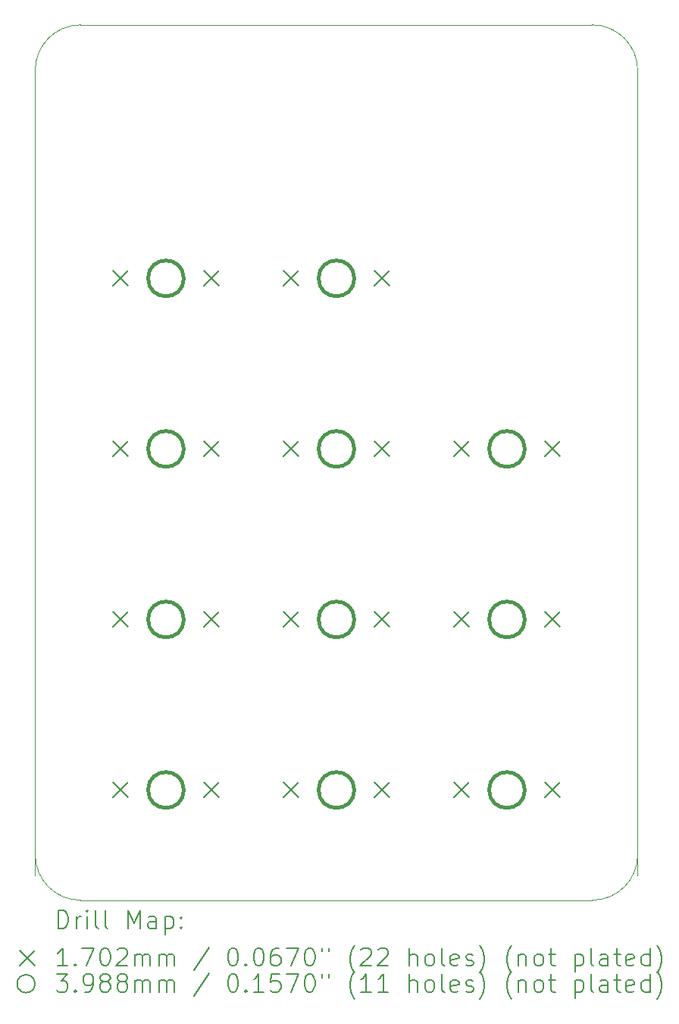
<source format=gbr>
%TF.GenerationSoftware,KiCad,Pcbnew,8.0.6*%
%TF.CreationDate,2024-10-21T23:06:59+01:00*%
%TF.ProjectId,vrishpad,76726973-6870-4616-942e-6b696361645f,rev?*%
%TF.SameCoordinates,Original*%
%TF.FileFunction,Drillmap*%
%TF.FilePolarity,Positive*%
%FSLAX45Y45*%
G04 Gerber Fmt 4.5, Leading zero omitted, Abs format (unit mm)*
G04 Created by KiCad (PCBNEW 8.0.6) date 2024-10-21 23:06:59*
%MOMM*%
%LPD*%
G01*
G04 APERTURE LIST*
%ADD10C,0.050000*%
%ADD11C,0.200000*%
%ADD12C,0.170180*%
%ADD13C,0.398780*%
G04 APERTURE END LIST*
D10*
X10033790Y-11200790D02*
G75*
G02*
X9525790Y-11708790I-508000J0D01*
G01*
X3810000Y-11708790D02*
G75*
G02*
X3302000Y-11200790I0J508000D01*
G01*
X9525000Y-1930400D02*
X3810000Y-1930400D01*
X3810000Y-11708790D02*
X9525000Y-11708790D01*
X9525000Y-1930400D02*
G75*
G02*
X10033000Y-2438400I0J-508000D01*
G01*
X3302000Y-2438400D02*
G75*
G02*
X3810000Y-1930400I508000J0D01*
G01*
X10033000Y-11430000D02*
X10033000Y-2438400D01*
X3302000Y-2438400D02*
X3302000Y-11430000D01*
D11*
D12*
X4169410Y-4677410D02*
X4339590Y-4847590D01*
X4339590Y-4677410D02*
X4169410Y-4847590D01*
X4169410Y-6582410D02*
X4339590Y-6752590D01*
X4339590Y-6582410D02*
X4169410Y-6752590D01*
X4169410Y-8487410D02*
X4339590Y-8657590D01*
X4339590Y-8487410D02*
X4169410Y-8657590D01*
X4169410Y-10392410D02*
X4339590Y-10562590D01*
X4339590Y-10392410D02*
X4169410Y-10562590D01*
X5185410Y-4677410D02*
X5355590Y-4847590D01*
X5355590Y-4677410D02*
X5185410Y-4847590D01*
X5185410Y-6582410D02*
X5355590Y-6752590D01*
X5355590Y-6582410D02*
X5185410Y-6752590D01*
X5185410Y-8487410D02*
X5355590Y-8657590D01*
X5355590Y-8487410D02*
X5185410Y-8657590D01*
X5185410Y-10392410D02*
X5355590Y-10562590D01*
X5355590Y-10392410D02*
X5185410Y-10562590D01*
X6074410Y-4677410D02*
X6244590Y-4847590D01*
X6244590Y-4677410D02*
X6074410Y-4847590D01*
X6074410Y-6582410D02*
X6244590Y-6752590D01*
X6244590Y-6582410D02*
X6074410Y-6752590D01*
X6074410Y-8487410D02*
X6244590Y-8657590D01*
X6244590Y-8487410D02*
X6074410Y-8657590D01*
X6074410Y-10392410D02*
X6244590Y-10562590D01*
X6244590Y-10392410D02*
X6074410Y-10562590D01*
X7090410Y-4677410D02*
X7260590Y-4847590D01*
X7260590Y-4677410D02*
X7090410Y-4847590D01*
X7090410Y-6582410D02*
X7260590Y-6752590D01*
X7260590Y-6582410D02*
X7090410Y-6752590D01*
X7090410Y-8487410D02*
X7260590Y-8657590D01*
X7260590Y-8487410D02*
X7090410Y-8657590D01*
X7090410Y-10392410D02*
X7260590Y-10562590D01*
X7260590Y-10392410D02*
X7090410Y-10562590D01*
X7979410Y-6582410D02*
X8149590Y-6752590D01*
X8149590Y-6582410D02*
X7979410Y-6752590D01*
X7979410Y-8487410D02*
X8149590Y-8657590D01*
X8149590Y-8487410D02*
X7979410Y-8657590D01*
X7979410Y-10392410D02*
X8149590Y-10562590D01*
X8149590Y-10392410D02*
X7979410Y-10562590D01*
X8995410Y-6582410D02*
X9165590Y-6752590D01*
X9165590Y-6582410D02*
X8995410Y-6752590D01*
X8995410Y-8487410D02*
X9165590Y-8657590D01*
X9165590Y-8487410D02*
X8995410Y-8657590D01*
X8995410Y-10392410D02*
X9165590Y-10562590D01*
X9165590Y-10392410D02*
X8995410Y-10562590D01*
D13*
X4961890Y-4762500D02*
G75*
G02*
X4563110Y-4762500I-199390J0D01*
G01*
X4563110Y-4762500D02*
G75*
G02*
X4961890Y-4762500I199390J0D01*
G01*
X4961890Y-6667500D02*
G75*
G02*
X4563110Y-6667500I-199390J0D01*
G01*
X4563110Y-6667500D02*
G75*
G02*
X4961890Y-6667500I199390J0D01*
G01*
X4961890Y-8572500D02*
G75*
G02*
X4563110Y-8572500I-199390J0D01*
G01*
X4563110Y-8572500D02*
G75*
G02*
X4961890Y-8572500I199390J0D01*
G01*
X4961890Y-10477500D02*
G75*
G02*
X4563110Y-10477500I-199390J0D01*
G01*
X4563110Y-10477500D02*
G75*
G02*
X4961890Y-10477500I199390J0D01*
G01*
X6866890Y-4762500D02*
G75*
G02*
X6468110Y-4762500I-199390J0D01*
G01*
X6468110Y-4762500D02*
G75*
G02*
X6866890Y-4762500I199390J0D01*
G01*
X6866890Y-6667500D02*
G75*
G02*
X6468110Y-6667500I-199390J0D01*
G01*
X6468110Y-6667500D02*
G75*
G02*
X6866890Y-6667500I199390J0D01*
G01*
X6866890Y-8572500D02*
G75*
G02*
X6468110Y-8572500I-199390J0D01*
G01*
X6468110Y-8572500D02*
G75*
G02*
X6866890Y-8572500I199390J0D01*
G01*
X6866890Y-10477500D02*
G75*
G02*
X6468110Y-10477500I-199390J0D01*
G01*
X6468110Y-10477500D02*
G75*
G02*
X6866890Y-10477500I199390J0D01*
G01*
X8771890Y-6667500D02*
G75*
G02*
X8373110Y-6667500I-199390J0D01*
G01*
X8373110Y-6667500D02*
G75*
G02*
X8771890Y-6667500I199390J0D01*
G01*
X8771890Y-8572500D02*
G75*
G02*
X8373110Y-8572500I-199390J0D01*
G01*
X8373110Y-8572500D02*
G75*
G02*
X8771890Y-8572500I199390J0D01*
G01*
X8771890Y-10477500D02*
G75*
G02*
X8373110Y-10477500I-199390J0D01*
G01*
X8373110Y-10477500D02*
G75*
G02*
X8771890Y-10477500I199390J0D01*
G01*
D11*
X3560277Y-12022774D02*
X3560277Y-11822774D01*
X3560277Y-11822774D02*
X3607896Y-11822774D01*
X3607896Y-11822774D02*
X3636467Y-11832297D01*
X3636467Y-11832297D02*
X3655515Y-11851345D01*
X3655515Y-11851345D02*
X3665039Y-11870393D01*
X3665039Y-11870393D02*
X3674562Y-11908488D01*
X3674562Y-11908488D02*
X3674562Y-11937059D01*
X3674562Y-11937059D02*
X3665039Y-11975154D01*
X3665039Y-11975154D02*
X3655515Y-11994202D01*
X3655515Y-11994202D02*
X3636467Y-12013250D01*
X3636467Y-12013250D02*
X3607896Y-12022774D01*
X3607896Y-12022774D02*
X3560277Y-12022774D01*
X3760277Y-12022774D02*
X3760277Y-11889440D01*
X3760277Y-11927535D02*
X3769801Y-11908488D01*
X3769801Y-11908488D02*
X3779324Y-11898964D01*
X3779324Y-11898964D02*
X3798372Y-11889440D01*
X3798372Y-11889440D02*
X3817420Y-11889440D01*
X3884086Y-12022774D02*
X3884086Y-11889440D01*
X3884086Y-11822774D02*
X3874562Y-11832297D01*
X3874562Y-11832297D02*
X3884086Y-11841821D01*
X3884086Y-11841821D02*
X3893610Y-11832297D01*
X3893610Y-11832297D02*
X3884086Y-11822774D01*
X3884086Y-11822774D02*
X3884086Y-11841821D01*
X4007896Y-12022774D02*
X3988848Y-12013250D01*
X3988848Y-12013250D02*
X3979324Y-11994202D01*
X3979324Y-11994202D02*
X3979324Y-11822774D01*
X4112658Y-12022774D02*
X4093610Y-12013250D01*
X4093610Y-12013250D02*
X4084086Y-11994202D01*
X4084086Y-11994202D02*
X4084086Y-11822774D01*
X4341229Y-12022774D02*
X4341229Y-11822774D01*
X4341229Y-11822774D02*
X4407896Y-11965631D01*
X4407896Y-11965631D02*
X4474563Y-11822774D01*
X4474563Y-11822774D02*
X4474563Y-12022774D01*
X4655515Y-12022774D02*
X4655515Y-11918012D01*
X4655515Y-11918012D02*
X4645991Y-11898964D01*
X4645991Y-11898964D02*
X4626944Y-11889440D01*
X4626944Y-11889440D02*
X4588848Y-11889440D01*
X4588848Y-11889440D02*
X4569801Y-11898964D01*
X4655515Y-12013250D02*
X4636467Y-12022774D01*
X4636467Y-12022774D02*
X4588848Y-12022774D01*
X4588848Y-12022774D02*
X4569801Y-12013250D01*
X4569801Y-12013250D02*
X4560277Y-11994202D01*
X4560277Y-11994202D02*
X4560277Y-11975154D01*
X4560277Y-11975154D02*
X4569801Y-11956107D01*
X4569801Y-11956107D02*
X4588848Y-11946583D01*
X4588848Y-11946583D02*
X4636467Y-11946583D01*
X4636467Y-11946583D02*
X4655515Y-11937059D01*
X4750753Y-11889440D02*
X4750753Y-12089440D01*
X4750753Y-11898964D02*
X4769801Y-11889440D01*
X4769801Y-11889440D02*
X4807896Y-11889440D01*
X4807896Y-11889440D02*
X4826944Y-11898964D01*
X4826944Y-11898964D02*
X4836467Y-11908488D01*
X4836467Y-11908488D02*
X4845991Y-11927535D01*
X4845991Y-11927535D02*
X4845991Y-11984678D01*
X4845991Y-11984678D02*
X4836467Y-12003726D01*
X4836467Y-12003726D02*
X4826944Y-12013250D01*
X4826944Y-12013250D02*
X4807896Y-12022774D01*
X4807896Y-12022774D02*
X4769801Y-12022774D01*
X4769801Y-12022774D02*
X4750753Y-12013250D01*
X4931705Y-12003726D02*
X4941229Y-12013250D01*
X4941229Y-12013250D02*
X4931705Y-12022774D01*
X4931705Y-12022774D02*
X4922182Y-12013250D01*
X4922182Y-12013250D02*
X4931705Y-12003726D01*
X4931705Y-12003726D02*
X4931705Y-12022774D01*
X4931705Y-11898964D02*
X4941229Y-11908488D01*
X4941229Y-11908488D02*
X4931705Y-11918012D01*
X4931705Y-11918012D02*
X4922182Y-11908488D01*
X4922182Y-11908488D02*
X4931705Y-11898964D01*
X4931705Y-11898964D02*
X4931705Y-11918012D01*
D12*
X3129320Y-12266200D02*
X3299500Y-12436380D01*
X3299500Y-12266200D02*
X3129320Y-12436380D01*
D11*
X3665039Y-12442774D02*
X3550753Y-12442774D01*
X3607896Y-12442774D02*
X3607896Y-12242774D01*
X3607896Y-12242774D02*
X3588848Y-12271345D01*
X3588848Y-12271345D02*
X3569801Y-12290393D01*
X3569801Y-12290393D02*
X3550753Y-12299916D01*
X3750753Y-12423726D02*
X3760277Y-12433250D01*
X3760277Y-12433250D02*
X3750753Y-12442774D01*
X3750753Y-12442774D02*
X3741229Y-12433250D01*
X3741229Y-12433250D02*
X3750753Y-12423726D01*
X3750753Y-12423726D02*
X3750753Y-12442774D01*
X3826943Y-12242774D02*
X3960277Y-12242774D01*
X3960277Y-12242774D02*
X3874562Y-12442774D01*
X4074562Y-12242774D02*
X4093610Y-12242774D01*
X4093610Y-12242774D02*
X4112658Y-12252297D01*
X4112658Y-12252297D02*
X4122182Y-12261821D01*
X4122182Y-12261821D02*
X4131705Y-12280869D01*
X4131705Y-12280869D02*
X4141229Y-12318964D01*
X4141229Y-12318964D02*
X4141229Y-12366583D01*
X4141229Y-12366583D02*
X4131705Y-12404678D01*
X4131705Y-12404678D02*
X4122182Y-12423726D01*
X4122182Y-12423726D02*
X4112658Y-12433250D01*
X4112658Y-12433250D02*
X4093610Y-12442774D01*
X4093610Y-12442774D02*
X4074562Y-12442774D01*
X4074562Y-12442774D02*
X4055515Y-12433250D01*
X4055515Y-12433250D02*
X4045991Y-12423726D01*
X4045991Y-12423726D02*
X4036467Y-12404678D01*
X4036467Y-12404678D02*
X4026943Y-12366583D01*
X4026943Y-12366583D02*
X4026943Y-12318964D01*
X4026943Y-12318964D02*
X4036467Y-12280869D01*
X4036467Y-12280869D02*
X4045991Y-12261821D01*
X4045991Y-12261821D02*
X4055515Y-12252297D01*
X4055515Y-12252297D02*
X4074562Y-12242774D01*
X4217420Y-12261821D02*
X4226944Y-12252297D01*
X4226944Y-12252297D02*
X4245991Y-12242774D01*
X4245991Y-12242774D02*
X4293610Y-12242774D01*
X4293610Y-12242774D02*
X4312658Y-12252297D01*
X4312658Y-12252297D02*
X4322182Y-12261821D01*
X4322182Y-12261821D02*
X4331705Y-12280869D01*
X4331705Y-12280869D02*
X4331705Y-12299916D01*
X4331705Y-12299916D02*
X4322182Y-12328488D01*
X4322182Y-12328488D02*
X4207896Y-12442774D01*
X4207896Y-12442774D02*
X4331705Y-12442774D01*
X4417420Y-12442774D02*
X4417420Y-12309440D01*
X4417420Y-12328488D02*
X4426944Y-12318964D01*
X4426944Y-12318964D02*
X4445991Y-12309440D01*
X4445991Y-12309440D02*
X4474563Y-12309440D01*
X4474563Y-12309440D02*
X4493610Y-12318964D01*
X4493610Y-12318964D02*
X4503134Y-12338012D01*
X4503134Y-12338012D02*
X4503134Y-12442774D01*
X4503134Y-12338012D02*
X4512658Y-12318964D01*
X4512658Y-12318964D02*
X4531705Y-12309440D01*
X4531705Y-12309440D02*
X4560277Y-12309440D01*
X4560277Y-12309440D02*
X4579325Y-12318964D01*
X4579325Y-12318964D02*
X4588848Y-12338012D01*
X4588848Y-12338012D02*
X4588848Y-12442774D01*
X4684086Y-12442774D02*
X4684086Y-12309440D01*
X4684086Y-12328488D02*
X4693610Y-12318964D01*
X4693610Y-12318964D02*
X4712658Y-12309440D01*
X4712658Y-12309440D02*
X4741229Y-12309440D01*
X4741229Y-12309440D02*
X4760277Y-12318964D01*
X4760277Y-12318964D02*
X4769801Y-12338012D01*
X4769801Y-12338012D02*
X4769801Y-12442774D01*
X4769801Y-12338012D02*
X4779325Y-12318964D01*
X4779325Y-12318964D02*
X4798372Y-12309440D01*
X4798372Y-12309440D02*
X4826944Y-12309440D01*
X4826944Y-12309440D02*
X4845991Y-12318964D01*
X4845991Y-12318964D02*
X4855515Y-12338012D01*
X4855515Y-12338012D02*
X4855515Y-12442774D01*
X5245991Y-12233250D02*
X5074563Y-12490393D01*
X5503134Y-12242774D02*
X5522182Y-12242774D01*
X5522182Y-12242774D02*
X5541229Y-12252297D01*
X5541229Y-12252297D02*
X5550753Y-12261821D01*
X5550753Y-12261821D02*
X5560277Y-12280869D01*
X5560277Y-12280869D02*
X5569801Y-12318964D01*
X5569801Y-12318964D02*
X5569801Y-12366583D01*
X5569801Y-12366583D02*
X5560277Y-12404678D01*
X5560277Y-12404678D02*
X5550753Y-12423726D01*
X5550753Y-12423726D02*
X5541229Y-12433250D01*
X5541229Y-12433250D02*
X5522182Y-12442774D01*
X5522182Y-12442774D02*
X5503134Y-12442774D01*
X5503134Y-12442774D02*
X5484087Y-12433250D01*
X5484087Y-12433250D02*
X5474563Y-12423726D01*
X5474563Y-12423726D02*
X5465039Y-12404678D01*
X5465039Y-12404678D02*
X5455515Y-12366583D01*
X5455515Y-12366583D02*
X5455515Y-12318964D01*
X5455515Y-12318964D02*
X5465039Y-12280869D01*
X5465039Y-12280869D02*
X5474563Y-12261821D01*
X5474563Y-12261821D02*
X5484087Y-12252297D01*
X5484087Y-12252297D02*
X5503134Y-12242774D01*
X5655515Y-12423726D02*
X5665039Y-12433250D01*
X5665039Y-12433250D02*
X5655515Y-12442774D01*
X5655515Y-12442774D02*
X5645991Y-12433250D01*
X5645991Y-12433250D02*
X5655515Y-12423726D01*
X5655515Y-12423726D02*
X5655515Y-12442774D01*
X5788848Y-12242774D02*
X5807896Y-12242774D01*
X5807896Y-12242774D02*
X5826944Y-12252297D01*
X5826944Y-12252297D02*
X5836467Y-12261821D01*
X5836467Y-12261821D02*
X5845991Y-12280869D01*
X5845991Y-12280869D02*
X5855515Y-12318964D01*
X5855515Y-12318964D02*
X5855515Y-12366583D01*
X5855515Y-12366583D02*
X5845991Y-12404678D01*
X5845991Y-12404678D02*
X5836467Y-12423726D01*
X5836467Y-12423726D02*
X5826944Y-12433250D01*
X5826944Y-12433250D02*
X5807896Y-12442774D01*
X5807896Y-12442774D02*
X5788848Y-12442774D01*
X5788848Y-12442774D02*
X5769801Y-12433250D01*
X5769801Y-12433250D02*
X5760277Y-12423726D01*
X5760277Y-12423726D02*
X5750753Y-12404678D01*
X5750753Y-12404678D02*
X5741229Y-12366583D01*
X5741229Y-12366583D02*
X5741229Y-12318964D01*
X5741229Y-12318964D02*
X5750753Y-12280869D01*
X5750753Y-12280869D02*
X5760277Y-12261821D01*
X5760277Y-12261821D02*
X5769801Y-12252297D01*
X5769801Y-12252297D02*
X5788848Y-12242774D01*
X6026944Y-12242774D02*
X5988848Y-12242774D01*
X5988848Y-12242774D02*
X5969801Y-12252297D01*
X5969801Y-12252297D02*
X5960277Y-12261821D01*
X5960277Y-12261821D02*
X5941229Y-12290393D01*
X5941229Y-12290393D02*
X5931706Y-12328488D01*
X5931706Y-12328488D02*
X5931706Y-12404678D01*
X5931706Y-12404678D02*
X5941229Y-12423726D01*
X5941229Y-12423726D02*
X5950753Y-12433250D01*
X5950753Y-12433250D02*
X5969801Y-12442774D01*
X5969801Y-12442774D02*
X6007896Y-12442774D01*
X6007896Y-12442774D02*
X6026944Y-12433250D01*
X6026944Y-12433250D02*
X6036467Y-12423726D01*
X6036467Y-12423726D02*
X6045991Y-12404678D01*
X6045991Y-12404678D02*
X6045991Y-12357059D01*
X6045991Y-12357059D02*
X6036467Y-12338012D01*
X6036467Y-12338012D02*
X6026944Y-12328488D01*
X6026944Y-12328488D02*
X6007896Y-12318964D01*
X6007896Y-12318964D02*
X5969801Y-12318964D01*
X5969801Y-12318964D02*
X5950753Y-12328488D01*
X5950753Y-12328488D02*
X5941229Y-12338012D01*
X5941229Y-12338012D02*
X5931706Y-12357059D01*
X6112658Y-12242774D02*
X6245991Y-12242774D01*
X6245991Y-12242774D02*
X6160277Y-12442774D01*
X6360277Y-12242774D02*
X6379325Y-12242774D01*
X6379325Y-12242774D02*
X6398372Y-12252297D01*
X6398372Y-12252297D02*
X6407896Y-12261821D01*
X6407896Y-12261821D02*
X6417420Y-12280869D01*
X6417420Y-12280869D02*
X6426944Y-12318964D01*
X6426944Y-12318964D02*
X6426944Y-12366583D01*
X6426944Y-12366583D02*
X6417420Y-12404678D01*
X6417420Y-12404678D02*
X6407896Y-12423726D01*
X6407896Y-12423726D02*
X6398372Y-12433250D01*
X6398372Y-12433250D02*
X6379325Y-12442774D01*
X6379325Y-12442774D02*
X6360277Y-12442774D01*
X6360277Y-12442774D02*
X6341229Y-12433250D01*
X6341229Y-12433250D02*
X6331706Y-12423726D01*
X6331706Y-12423726D02*
X6322182Y-12404678D01*
X6322182Y-12404678D02*
X6312658Y-12366583D01*
X6312658Y-12366583D02*
X6312658Y-12318964D01*
X6312658Y-12318964D02*
X6322182Y-12280869D01*
X6322182Y-12280869D02*
X6331706Y-12261821D01*
X6331706Y-12261821D02*
X6341229Y-12252297D01*
X6341229Y-12252297D02*
X6360277Y-12242774D01*
X6503134Y-12242774D02*
X6503134Y-12280869D01*
X6579325Y-12242774D02*
X6579325Y-12280869D01*
X6874563Y-12518964D02*
X6865039Y-12509440D01*
X6865039Y-12509440D02*
X6845991Y-12480869D01*
X6845991Y-12480869D02*
X6836468Y-12461821D01*
X6836468Y-12461821D02*
X6826944Y-12433250D01*
X6826944Y-12433250D02*
X6817420Y-12385631D01*
X6817420Y-12385631D02*
X6817420Y-12347535D01*
X6817420Y-12347535D02*
X6826944Y-12299916D01*
X6826944Y-12299916D02*
X6836468Y-12271345D01*
X6836468Y-12271345D02*
X6845991Y-12252297D01*
X6845991Y-12252297D02*
X6865039Y-12223726D01*
X6865039Y-12223726D02*
X6874563Y-12214202D01*
X6941229Y-12261821D02*
X6950753Y-12252297D01*
X6950753Y-12252297D02*
X6969801Y-12242774D01*
X6969801Y-12242774D02*
X7017420Y-12242774D01*
X7017420Y-12242774D02*
X7036468Y-12252297D01*
X7036468Y-12252297D02*
X7045991Y-12261821D01*
X7045991Y-12261821D02*
X7055515Y-12280869D01*
X7055515Y-12280869D02*
X7055515Y-12299916D01*
X7055515Y-12299916D02*
X7045991Y-12328488D01*
X7045991Y-12328488D02*
X6931706Y-12442774D01*
X6931706Y-12442774D02*
X7055515Y-12442774D01*
X7131706Y-12261821D02*
X7141229Y-12252297D01*
X7141229Y-12252297D02*
X7160277Y-12242774D01*
X7160277Y-12242774D02*
X7207896Y-12242774D01*
X7207896Y-12242774D02*
X7226944Y-12252297D01*
X7226944Y-12252297D02*
X7236468Y-12261821D01*
X7236468Y-12261821D02*
X7245991Y-12280869D01*
X7245991Y-12280869D02*
X7245991Y-12299916D01*
X7245991Y-12299916D02*
X7236468Y-12328488D01*
X7236468Y-12328488D02*
X7122182Y-12442774D01*
X7122182Y-12442774D02*
X7245991Y-12442774D01*
X7484087Y-12442774D02*
X7484087Y-12242774D01*
X7569801Y-12442774D02*
X7569801Y-12338012D01*
X7569801Y-12338012D02*
X7560277Y-12318964D01*
X7560277Y-12318964D02*
X7541230Y-12309440D01*
X7541230Y-12309440D02*
X7512658Y-12309440D01*
X7512658Y-12309440D02*
X7493610Y-12318964D01*
X7493610Y-12318964D02*
X7484087Y-12328488D01*
X7693610Y-12442774D02*
X7674563Y-12433250D01*
X7674563Y-12433250D02*
X7665039Y-12423726D01*
X7665039Y-12423726D02*
X7655515Y-12404678D01*
X7655515Y-12404678D02*
X7655515Y-12347535D01*
X7655515Y-12347535D02*
X7665039Y-12328488D01*
X7665039Y-12328488D02*
X7674563Y-12318964D01*
X7674563Y-12318964D02*
X7693610Y-12309440D01*
X7693610Y-12309440D02*
X7722182Y-12309440D01*
X7722182Y-12309440D02*
X7741230Y-12318964D01*
X7741230Y-12318964D02*
X7750753Y-12328488D01*
X7750753Y-12328488D02*
X7760277Y-12347535D01*
X7760277Y-12347535D02*
X7760277Y-12404678D01*
X7760277Y-12404678D02*
X7750753Y-12423726D01*
X7750753Y-12423726D02*
X7741230Y-12433250D01*
X7741230Y-12433250D02*
X7722182Y-12442774D01*
X7722182Y-12442774D02*
X7693610Y-12442774D01*
X7874563Y-12442774D02*
X7855515Y-12433250D01*
X7855515Y-12433250D02*
X7845991Y-12414202D01*
X7845991Y-12414202D02*
X7845991Y-12242774D01*
X8026944Y-12433250D02*
X8007896Y-12442774D01*
X8007896Y-12442774D02*
X7969801Y-12442774D01*
X7969801Y-12442774D02*
X7950753Y-12433250D01*
X7950753Y-12433250D02*
X7941230Y-12414202D01*
X7941230Y-12414202D02*
X7941230Y-12338012D01*
X7941230Y-12338012D02*
X7950753Y-12318964D01*
X7950753Y-12318964D02*
X7969801Y-12309440D01*
X7969801Y-12309440D02*
X8007896Y-12309440D01*
X8007896Y-12309440D02*
X8026944Y-12318964D01*
X8026944Y-12318964D02*
X8036468Y-12338012D01*
X8036468Y-12338012D02*
X8036468Y-12357059D01*
X8036468Y-12357059D02*
X7941230Y-12376107D01*
X8112658Y-12433250D02*
X8131706Y-12442774D01*
X8131706Y-12442774D02*
X8169801Y-12442774D01*
X8169801Y-12442774D02*
X8188849Y-12433250D01*
X8188849Y-12433250D02*
X8198372Y-12414202D01*
X8198372Y-12414202D02*
X8198372Y-12404678D01*
X8198372Y-12404678D02*
X8188849Y-12385631D01*
X8188849Y-12385631D02*
X8169801Y-12376107D01*
X8169801Y-12376107D02*
X8141230Y-12376107D01*
X8141230Y-12376107D02*
X8122182Y-12366583D01*
X8122182Y-12366583D02*
X8112658Y-12347535D01*
X8112658Y-12347535D02*
X8112658Y-12338012D01*
X8112658Y-12338012D02*
X8122182Y-12318964D01*
X8122182Y-12318964D02*
X8141230Y-12309440D01*
X8141230Y-12309440D02*
X8169801Y-12309440D01*
X8169801Y-12309440D02*
X8188849Y-12318964D01*
X8265039Y-12518964D02*
X8274563Y-12509440D01*
X8274563Y-12509440D02*
X8293611Y-12480869D01*
X8293611Y-12480869D02*
X8303134Y-12461821D01*
X8303134Y-12461821D02*
X8312658Y-12433250D01*
X8312658Y-12433250D02*
X8322182Y-12385631D01*
X8322182Y-12385631D02*
X8322182Y-12347535D01*
X8322182Y-12347535D02*
X8312658Y-12299916D01*
X8312658Y-12299916D02*
X8303134Y-12271345D01*
X8303134Y-12271345D02*
X8293611Y-12252297D01*
X8293611Y-12252297D02*
X8274563Y-12223726D01*
X8274563Y-12223726D02*
X8265039Y-12214202D01*
X8626944Y-12518964D02*
X8617420Y-12509440D01*
X8617420Y-12509440D02*
X8598373Y-12480869D01*
X8598373Y-12480869D02*
X8588849Y-12461821D01*
X8588849Y-12461821D02*
X8579325Y-12433250D01*
X8579325Y-12433250D02*
X8569801Y-12385631D01*
X8569801Y-12385631D02*
X8569801Y-12347535D01*
X8569801Y-12347535D02*
X8579325Y-12299916D01*
X8579325Y-12299916D02*
X8588849Y-12271345D01*
X8588849Y-12271345D02*
X8598373Y-12252297D01*
X8598373Y-12252297D02*
X8617420Y-12223726D01*
X8617420Y-12223726D02*
X8626944Y-12214202D01*
X8703134Y-12309440D02*
X8703134Y-12442774D01*
X8703134Y-12328488D02*
X8712658Y-12318964D01*
X8712658Y-12318964D02*
X8731706Y-12309440D01*
X8731706Y-12309440D02*
X8760277Y-12309440D01*
X8760277Y-12309440D02*
X8779325Y-12318964D01*
X8779325Y-12318964D02*
X8788849Y-12338012D01*
X8788849Y-12338012D02*
X8788849Y-12442774D01*
X8912658Y-12442774D02*
X8893611Y-12433250D01*
X8893611Y-12433250D02*
X8884087Y-12423726D01*
X8884087Y-12423726D02*
X8874563Y-12404678D01*
X8874563Y-12404678D02*
X8874563Y-12347535D01*
X8874563Y-12347535D02*
X8884087Y-12328488D01*
X8884087Y-12328488D02*
X8893611Y-12318964D01*
X8893611Y-12318964D02*
X8912658Y-12309440D01*
X8912658Y-12309440D02*
X8941230Y-12309440D01*
X8941230Y-12309440D02*
X8960277Y-12318964D01*
X8960277Y-12318964D02*
X8969801Y-12328488D01*
X8969801Y-12328488D02*
X8979325Y-12347535D01*
X8979325Y-12347535D02*
X8979325Y-12404678D01*
X8979325Y-12404678D02*
X8969801Y-12423726D01*
X8969801Y-12423726D02*
X8960277Y-12433250D01*
X8960277Y-12433250D02*
X8941230Y-12442774D01*
X8941230Y-12442774D02*
X8912658Y-12442774D01*
X9036468Y-12309440D02*
X9112658Y-12309440D01*
X9065039Y-12242774D02*
X9065039Y-12414202D01*
X9065039Y-12414202D02*
X9074563Y-12433250D01*
X9074563Y-12433250D02*
X9093611Y-12442774D01*
X9093611Y-12442774D02*
X9112658Y-12442774D01*
X9331706Y-12309440D02*
X9331706Y-12509440D01*
X9331706Y-12318964D02*
X9350754Y-12309440D01*
X9350754Y-12309440D02*
X9388849Y-12309440D01*
X9388849Y-12309440D02*
X9407896Y-12318964D01*
X9407896Y-12318964D02*
X9417420Y-12328488D01*
X9417420Y-12328488D02*
X9426944Y-12347535D01*
X9426944Y-12347535D02*
X9426944Y-12404678D01*
X9426944Y-12404678D02*
X9417420Y-12423726D01*
X9417420Y-12423726D02*
X9407896Y-12433250D01*
X9407896Y-12433250D02*
X9388849Y-12442774D01*
X9388849Y-12442774D02*
X9350754Y-12442774D01*
X9350754Y-12442774D02*
X9331706Y-12433250D01*
X9541230Y-12442774D02*
X9522182Y-12433250D01*
X9522182Y-12433250D02*
X9512658Y-12414202D01*
X9512658Y-12414202D02*
X9512658Y-12242774D01*
X9703135Y-12442774D02*
X9703135Y-12338012D01*
X9703135Y-12338012D02*
X9693611Y-12318964D01*
X9693611Y-12318964D02*
X9674563Y-12309440D01*
X9674563Y-12309440D02*
X9636468Y-12309440D01*
X9636468Y-12309440D02*
X9617420Y-12318964D01*
X9703135Y-12433250D02*
X9684087Y-12442774D01*
X9684087Y-12442774D02*
X9636468Y-12442774D01*
X9636468Y-12442774D02*
X9617420Y-12433250D01*
X9617420Y-12433250D02*
X9607896Y-12414202D01*
X9607896Y-12414202D02*
X9607896Y-12395154D01*
X9607896Y-12395154D02*
X9617420Y-12376107D01*
X9617420Y-12376107D02*
X9636468Y-12366583D01*
X9636468Y-12366583D02*
X9684087Y-12366583D01*
X9684087Y-12366583D02*
X9703135Y-12357059D01*
X9769801Y-12309440D02*
X9845992Y-12309440D01*
X9798373Y-12242774D02*
X9798373Y-12414202D01*
X9798373Y-12414202D02*
X9807896Y-12433250D01*
X9807896Y-12433250D02*
X9826944Y-12442774D01*
X9826944Y-12442774D02*
X9845992Y-12442774D01*
X9988849Y-12433250D02*
X9969801Y-12442774D01*
X9969801Y-12442774D02*
X9931706Y-12442774D01*
X9931706Y-12442774D02*
X9912658Y-12433250D01*
X9912658Y-12433250D02*
X9903135Y-12414202D01*
X9903135Y-12414202D02*
X9903135Y-12338012D01*
X9903135Y-12338012D02*
X9912658Y-12318964D01*
X9912658Y-12318964D02*
X9931706Y-12309440D01*
X9931706Y-12309440D02*
X9969801Y-12309440D01*
X9969801Y-12309440D02*
X9988849Y-12318964D01*
X9988849Y-12318964D02*
X9998373Y-12338012D01*
X9998373Y-12338012D02*
X9998373Y-12357059D01*
X9998373Y-12357059D02*
X9903135Y-12376107D01*
X10169801Y-12442774D02*
X10169801Y-12242774D01*
X10169801Y-12433250D02*
X10150754Y-12442774D01*
X10150754Y-12442774D02*
X10112658Y-12442774D01*
X10112658Y-12442774D02*
X10093611Y-12433250D01*
X10093611Y-12433250D02*
X10084087Y-12423726D01*
X10084087Y-12423726D02*
X10074563Y-12404678D01*
X10074563Y-12404678D02*
X10074563Y-12347535D01*
X10074563Y-12347535D02*
X10084087Y-12328488D01*
X10084087Y-12328488D02*
X10093611Y-12318964D01*
X10093611Y-12318964D02*
X10112658Y-12309440D01*
X10112658Y-12309440D02*
X10150754Y-12309440D01*
X10150754Y-12309440D02*
X10169801Y-12318964D01*
X10245992Y-12518964D02*
X10255516Y-12509440D01*
X10255516Y-12509440D02*
X10274563Y-12480869D01*
X10274563Y-12480869D02*
X10284087Y-12461821D01*
X10284087Y-12461821D02*
X10293611Y-12433250D01*
X10293611Y-12433250D02*
X10303135Y-12385631D01*
X10303135Y-12385631D02*
X10303135Y-12347535D01*
X10303135Y-12347535D02*
X10293611Y-12299916D01*
X10293611Y-12299916D02*
X10284087Y-12271345D01*
X10284087Y-12271345D02*
X10274563Y-12252297D01*
X10274563Y-12252297D02*
X10255516Y-12223726D01*
X10255516Y-12223726D02*
X10245992Y-12214202D01*
X3299500Y-12641470D02*
G75*
G02*
X3099500Y-12641470I-100000J0D01*
G01*
X3099500Y-12641470D02*
G75*
G02*
X3299500Y-12641470I100000J0D01*
G01*
X3541229Y-12532954D02*
X3665039Y-12532954D01*
X3665039Y-12532954D02*
X3598372Y-12609144D01*
X3598372Y-12609144D02*
X3626943Y-12609144D01*
X3626943Y-12609144D02*
X3645991Y-12618668D01*
X3645991Y-12618668D02*
X3655515Y-12628192D01*
X3655515Y-12628192D02*
X3665039Y-12647239D01*
X3665039Y-12647239D02*
X3665039Y-12694858D01*
X3665039Y-12694858D02*
X3655515Y-12713906D01*
X3655515Y-12713906D02*
X3645991Y-12723430D01*
X3645991Y-12723430D02*
X3626943Y-12732954D01*
X3626943Y-12732954D02*
X3569801Y-12732954D01*
X3569801Y-12732954D02*
X3550753Y-12723430D01*
X3550753Y-12723430D02*
X3541229Y-12713906D01*
X3750753Y-12713906D02*
X3760277Y-12723430D01*
X3760277Y-12723430D02*
X3750753Y-12732954D01*
X3750753Y-12732954D02*
X3741229Y-12723430D01*
X3741229Y-12723430D02*
X3750753Y-12713906D01*
X3750753Y-12713906D02*
X3750753Y-12732954D01*
X3855515Y-12732954D02*
X3893610Y-12732954D01*
X3893610Y-12732954D02*
X3912658Y-12723430D01*
X3912658Y-12723430D02*
X3922182Y-12713906D01*
X3922182Y-12713906D02*
X3941229Y-12685334D01*
X3941229Y-12685334D02*
X3950753Y-12647239D01*
X3950753Y-12647239D02*
X3950753Y-12571049D01*
X3950753Y-12571049D02*
X3941229Y-12552001D01*
X3941229Y-12552001D02*
X3931705Y-12542477D01*
X3931705Y-12542477D02*
X3912658Y-12532954D01*
X3912658Y-12532954D02*
X3874562Y-12532954D01*
X3874562Y-12532954D02*
X3855515Y-12542477D01*
X3855515Y-12542477D02*
X3845991Y-12552001D01*
X3845991Y-12552001D02*
X3836467Y-12571049D01*
X3836467Y-12571049D02*
X3836467Y-12618668D01*
X3836467Y-12618668D02*
X3845991Y-12637715D01*
X3845991Y-12637715D02*
X3855515Y-12647239D01*
X3855515Y-12647239D02*
X3874562Y-12656763D01*
X3874562Y-12656763D02*
X3912658Y-12656763D01*
X3912658Y-12656763D02*
X3931705Y-12647239D01*
X3931705Y-12647239D02*
X3941229Y-12637715D01*
X3941229Y-12637715D02*
X3950753Y-12618668D01*
X4065039Y-12618668D02*
X4045991Y-12609144D01*
X4045991Y-12609144D02*
X4036467Y-12599620D01*
X4036467Y-12599620D02*
X4026943Y-12580573D01*
X4026943Y-12580573D02*
X4026943Y-12571049D01*
X4026943Y-12571049D02*
X4036467Y-12552001D01*
X4036467Y-12552001D02*
X4045991Y-12542477D01*
X4045991Y-12542477D02*
X4065039Y-12532954D01*
X4065039Y-12532954D02*
X4103134Y-12532954D01*
X4103134Y-12532954D02*
X4122182Y-12542477D01*
X4122182Y-12542477D02*
X4131705Y-12552001D01*
X4131705Y-12552001D02*
X4141229Y-12571049D01*
X4141229Y-12571049D02*
X4141229Y-12580573D01*
X4141229Y-12580573D02*
X4131705Y-12599620D01*
X4131705Y-12599620D02*
X4122182Y-12609144D01*
X4122182Y-12609144D02*
X4103134Y-12618668D01*
X4103134Y-12618668D02*
X4065039Y-12618668D01*
X4065039Y-12618668D02*
X4045991Y-12628192D01*
X4045991Y-12628192D02*
X4036467Y-12637715D01*
X4036467Y-12637715D02*
X4026943Y-12656763D01*
X4026943Y-12656763D02*
X4026943Y-12694858D01*
X4026943Y-12694858D02*
X4036467Y-12713906D01*
X4036467Y-12713906D02*
X4045991Y-12723430D01*
X4045991Y-12723430D02*
X4065039Y-12732954D01*
X4065039Y-12732954D02*
X4103134Y-12732954D01*
X4103134Y-12732954D02*
X4122182Y-12723430D01*
X4122182Y-12723430D02*
X4131705Y-12713906D01*
X4131705Y-12713906D02*
X4141229Y-12694858D01*
X4141229Y-12694858D02*
X4141229Y-12656763D01*
X4141229Y-12656763D02*
X4131705Y-12637715D01*
X4131705Y-12637715D02*
X4122182Y-12628192D01*
X4122182Y-12628192D02*
X4103134Y-12618668D01*
X4255515Y-12618668D02*
X4236467Y-12609144D01*
X4236467Y-12609144D02*
X4226944Y-12599620D01*
X4226944Y-12599620D02*
X4217420Y-12580573D01*
X4217420Y-12580573D02*
X4217420Y-12571049D01*
X4217420Y-12571049D02*
X4226944Y-12552001D01*
X4226944Y-12552001D02*
X4236467Y-12542477D01*
X4236467Y-12542477D02*
X4255515Y-12532954D01*
X4255515Y-12532954D02*
X4293610Y-12532954D01*
X4293610Y-12532954D02*
X4312658Y-12542477D01*
X4312658Y-12542477D02*
X4322182Y-12552001D01*
X4322182Y-12552001D02*
X4331705Y-12571049D01*
X4331705Y-12571049D02*
X4331705Y-12580573D01*
X4331705Y-12580573D02*
X4322182Y-12599620D01*
X4322182Y-12599620D02*
X4312658Y-12609144D01*
X4312658Y-12609144D02*
X4293610Y-12618668D01*
X4293610Y-12618668D02*
X4255515Y-12618668D01*
X4255515Y-12618668D02*
X4236467Y-12628192D01*
X4236467Y-12628192D02*
X4226944Y-12637715D01*
X4226944Y-12637715D02*
X4217420Y-12656763D01*
X4217420Y-12656763D02*
X4217420Y-12694858D01*
X4217420Y-12694858D02*
X4226944Y-12713906D01*
X4226944Y-12713906D02*
X4236467Y-12723430D01*
X4236467Y-12723430D02*
X4255515Y-12732954D01*
X4255515Y-12732954D02*
X4293610Y-12732954D01*
X4293610Y-12732954D02*
X4312658Y-12723430D01*
X4312658Y-12723430D02*
X4322182Y-12713906D01*
X4322182Y-12713906D02*
X4331705Y-12694858D01*
X4331705Y-12694858D02*
X4331705Y-12656763D01*
X4331705Y-12656763D02*
X4322182Y-12637715D01*
X4322182Y-12637715D02*
X4312658Y-12628192D01*
X4312658Y-12628192D02*
X4293610Y-12618668D01*
X4417420Y-12732954D02*
X4417420Y-12599620D01*
X4417420Y-12618668D02*
X4426944Y-12609144D01*
X4426944Y-12609144D02*
X4445991Y-12599620D01*
X4445991Y-12599620D02*
X4474563Y-12599620D01*
X4474563Y-12599620D02*
X4493610Y-12609144D01*
X4493610Y-12609144D02*
X4503134Y-12628192D01*
X4503134Y-12628192D02*
X4503134Y-12732954D01*
X4503134Y-12628192D02*
X4512658Y-12609144D01*
X4512658Y-12609144D02*
X4531705Y-12599620D01*
X4531705Y-12599620D02*
X4560277Y-12599620D01*
X4560277Y-12599620D02*
X4579325Y-12609144D01*
X4579325Y-12609144D02*
X4588848Y-12628192D01*
X4588848Y-12628192D02*
X4588848Y-12732954D01*
X4684086Y-12732954D02*
X4684086Y-12599620D01*
X4684086Y-12618668D02*
X4693610Y-12609144D01*
X4693610Y-12609144D02*
X4712658Y-12599620D01*
X4712658Y-12599620D02*
X4741229Y-12599620D01*
X4741229Y-12599620D02*
X4760277Y-12609144D01*
X4760277Y-12609144D02*
X4769801Y-12628192D01*
X4769801Y-12628192D02*
X4769801Y-12732954D01*
X4769801Y-12628192D02*
X4779325Y-12609144D01*
X4779325Y-12609144D02*
X4798372Y-12599620D01*
X4798372Y-12599620D02*
X4826944Y-12599620D01*
X4826944Y-12599620D02*
X4845991Y-12609144D01*
X4845991Y-12609144D02*
X4855515Y-12628192D01*
X4855515Y-12628192D02*
X4855515Y-12732954D01*
X5245991Y-12523430D02*
X5074563Y-12780573D01*
X5503134Y-12532954D02*
X5522182Y-12532954D01*
X5522182Y-12532954D02*
X5541229Y-12542477D01*
X5541229Y-12542477D02*
X5550753Y-12552001D01*
X5550753Y-12552001D02*
X5560277Y-12571049D01*
X5560277Y-12571049D02*
X5569801Y-12609144D01*
X5569801Y-12609144D02*
X5569801Y-12656763D01*
X5569801Y-12656763D02*
X5560277Y-12694858D01*
X5560277Y-12694858D02*
X5550753Y-12713906D01*
X5550753Y-12713906D02*
X5541229Y-12723430D01*
X5541229Y-12723430D02*
X5522182Y-12732954D01*
X5522182Y-12732954D02*
X5503134Y-12732954D01*
X5503134Y-12732954D02*
X5484087Y-12723430D01*
X5484087Y-12723430D02*
X5474563Y-12713906D01*
X5474563Y-12713906D02*
X5465039Y-12694858D01*
X5465039Y-12694858D02*
X5455515Y-12656763D01*
X5455515Y-12656763D02*
X5455515Y-12609144D01*
X5455515Y-12609144D02*
X5465039Y-12571049D01*
X5465039Y-12571049D02*
X5474563Y-12552001D01*
X5474563Y-12552001D02*
X5484087Y-12542477D01*
X5484087Y-12542477D02*
X5503134Y-12532954D01*
X5655515Y-12713906D02*
X5665039Y-12723430D01*
X5665039Y-12723430D02*
X5655515Y-12732954D01*
X5655515Y-12732954D02*
X5645991Y-12723430D01*
X5645991Y-12723430D02*
X5655515Y-12713906D01*
X5655515Y-12713906D02*
X5655515Y-12732954D01*
X5855515Y-12732954D02*
X5741229Y-12732954D01*
X5798372Y-12732954D02*
X5798372Y-12532954D01*
X5798372Y-12532954D02*
X5779325Y-12561525D01*
X5779325Y-12561525D02*
X5760277Y-12580573D01*
X5760277Y-12580573D02*
X5741229Y-12590096D01*
X6036467Y-12532954D02*
X5941229Y-12532954D01*
X5941229Y-12532954D02*
X5931706Y-12628192D01*
X5931706Y-12628192D02*
X5941229Y-12618668D01*
X5941229Y-12618668D02*
X5960277Y-12609144D01*
X5960277Y-12609144D02*
X6007896Y-12609144D01*
X6007896Y-12609144D02*
X6026944Y-12618668D01*
X6026944Y-12618668D02*
X6036467Y-12628192D01*
X6036467Y-12628192D02*
X6045991Y-12647239D01*
X6045991Y-12647239D02*
X6045991Y-12694858D01*
X6045991Y-12694858D02*
X6036467Y-12713906D01*
X6036467Y-12713906D02*
X6026944Y-12723430D01*
X6026944Y-12723430D02*
X6007896Y-12732954D01*
X6007896Y-12732954D02*
X5960277Y-12732954D01*
X5960277Y-12732954D02*
X5941229Y-12723430D01*
X5941229Y-12723430D02*
X5931706Y-12713906D01*
X6112658Y-12532954D02*
X6245991Y-12532954D01*
X6245991Y-12532954D02*
X6160277Y-12732954D01*
X6360277Y-12532954D02*
X6379325Y-12532954D01*
X6379325Y-12532954D02*
X6398372Y-12542477D01*
X6398372Y-12542477D02*
X6407896Y-12552001D01*
X6407896Y-12552001D02*
X6417420Y-12571049D01*
X6417420Y-12571049D02*
X6426944Y-12609144D01*
X6426944Y-12609144D02*
X6426944Y-12656763D01*
X6426944Y-12656763D02*
X6417420Y-12694858D01*
X6417420Y-12694858D02*
X6407896Y-12713906D01*
X6407896Y-12713906D02*
X6398372Y-12723430D01*
X6398372Y-12723430D02*
X6379325Y-12732954D01*
X6379325Y-12732954D02*
X6360277Y-12732954D01*
X6360277Y-12732954D02*
X6341229Y-12723430D01*
X6341229Y-12723430D02*
X6331706Y-12713906D01*
X6331706Y-12713906D02*
X6322182Y-12694858D01*
X6322182Y-12694858D02*
X6312658Y-12656763D01*
X6312658Y-12656763D02*
X6312658Y-12609144D01*
X6312658Y-12609144D02*
X6322182Y-12571049D01*
X6322182Y-12571049D02*
X6331706Y-12552001D01*
X6331706Y-12552001D02*
X6341229Y-12542477D01*
X6341229Y-12542477D02*
X6360277Y-12532954D01*
X6503134Y-12532954D02*
X6503134Y-12571049D01*
X6579325Y-12532954D02*
X6579325Y-12571049D01*
X6874563Y-12809144D02*
X6865039Y-12799620D01*
X6865039Y-12799620D02*
X6845991Y-12771049D01*
X6845991Y-12771049D02*
X6836468Y-12752001D01*
X6836468Y-12752001D02*
X6826944Y-12723430D01*
X6826944Y-12723430D02*
X6817420Y-12675811D01*
X6817420Y-12675811D02*
X6817420Y-12637715D01*
X6817420Y-12637715D02*
X6826944Y-12590096D01*
X6826944Y-12590096D02*
X6836468Y-12561525D01*
X6836468Y-12561525D02*
X6845991Y-12542477D01*
X6845991Y-12542477D02*
X6865039Y-12513906D01*
X6865039Y-12513906D02*
X6874563Y-12504382D01*
X7055515Y-12732954D02*
X6941229Y-12732954D01*
X6998372Y-12732954D02*
X6998372Y-12532954D01*
X6998372Y-12532954D02*
X6979325Y-12561525D01*
X6979325Y-12561525D02*
X6960277Y-12580573D01*
X6960277Y-12580573D02*
X6941229Y-12590096D01*
X7245991Y-12732954D02*
X7131706Y-12732954D01*
X7188848Y-12732954D02*
X7188848Y-12532954D01*
X7188848Y-12532954D02*
X7169801Y-12561525D01*
X7169801Y-12561525D02*
X7150753Y-12580573D01*
X7150753Y-12580573D02*
X7131706Y-12590096D01*
X7484087Y-12732954D02*
X7484087Y-12532954D01*
X7569801Y-12732954D02*
X7569801Y-12628192D01*
X7569801Y-12628192D02*
X7560277Y-12609144D01*
X7560277Y-12609144D02*
X7541230Y-12599620D01*
X7541230Y-12599620D02*
X7512658Y-12599620D01*
X7512658Y-12599620D02*
X7493610Y-12609144D01*
X7493610Y-12609144D02*
X7484087Y-12618668D01*
X7693610Y-12732954D02*
X7674563Y-12723430D01*
X7674563Y-12723430D02*
X7665039Y-12713906D01*
X7665039Y-12713906D02*
X7655515Y-12694858D01*
X7655515Y-12694858D02*
X7655515Y-12637715D01*
X7655515Y-12637715D02*
X7665039Y-12618668D01*
X7665039Y-12618668D02*
X7674563Y-12609144D01*
X7674563Y-12609144D02*
X7693610Y-12599620D01*
X7693610Y-12599620D02*
X7722182Y-12599620D01*
X7722182Y-12599620D02*
X7741230Y-12609144D01*
X7741230Y-12609144D02*
X7750753Y-12618668D01*
X7750753Y-12618668D02*
X7760277Y-12637715D01*
X7760277Y-12637715D02*
X7760277Y-12694858D01*
X7760277Y-12694858D02*
X7750753Y-12713906D01*
X7750753Y-12713906D02*
X7741230Y-12723430D01*
X7741230Y-12723430D02*
X7722182Y-12732954D01*
X7722182Y-12732954D02*
X7693610Y-12732954D01*
X7874563Y-12732954D02*
X7855515Y-12723430D01*
X7855515Y-12723430D02*
X7845991Y-12704382D01*
X7845991Y-12704382D02*
X7845991Y-12532954D01*
X8026944Y-12723430D02*
X8007896Y-12732954D01*
X8007896Y-12732954D02*
X7969801Y-12732954D01*
X7969801Y-12732954D02*
X7950753Y-12723430D01*
X7950753Y-12723430D02*
X7941230Y-12704382D01*
X7941230Y-12704382D02*
X7941230Y-12628192D01*
X7941230Y-12628192D02*
X7950753Y-12609144D01*
X7950753Y-12609144D02*
X7969801Y-12599620D01*
X7969801Y-12599620D02*
X8007896Y-12599620D01*
X8007896Y-12599620D02*
X8026944Y-12609144D01*
X8026944Y-12609144D02*
X8036468Y-12628192D01*
X8036468Y-12628192D02*
X8036468Y-12647239D01*
X8036468Y-12647239D02*
X7941230Y-12666287D01*
X8112658Y-12723430D02*
X8131706Y-12732954D01*
X8131706Y-12732954D02*
X8169801Y-12732954D01*
X8169801Y-12732954D02*
X8188849Y-12723430D01*
X8188849Y-12723430D02*
X8198372Y-12704382D01*
X8198372Y-12704382D02*
X8198372Y-12694858D01*
X8198372Y-12694858D02*
X8188849Y-12675811D01*
X8188849Y-12675811D02*
X8169801Y-12666287D01*
X8169801Y-12666287D02*
X8141230Y-12666287D01*
X8141230Y-12666287D02*
X8122182Y-12656763D01*
X8122182Y-12656763D02*
X8112658Y-12637715D01*
X8112658Y-12637715D02*
X8112658Y-12628192D01*
X8112658Y-12628192D02*
X8122182Y-12609144D01*
X8122182Y-12609144D02*
X8141230Y-12599620D01*
X8141230Y-12599620D02*
X8169801Y-12599620D01*
X8169801Y-12599620D02*
X8188849Y-12609144D01*
X8265039Y-12809144D02*
X8274563Y-12799620D01*
X8274563Y-12799620D02*
X8293611Y-12771049D01*
X8293611Y-12771049D02*
X8303134Y-12752001D01*
X8303134Y-12752001D02*
X8312658Y-12723430D01*
X8312658Y-12723430D02*
X8322182Y-12675811D01*
X8322182Y-12675811D02*
X8322182Y-12637715D01*
X8322182Y-12637715D02*
X8312658Y-12590096D01*
X8312658Y-12590096D02*
X8303134Y-12561525D01*
X8303134Y-12561525D02*
X8293611Y-12542477D01*
X8293611Y-12542477D02*
X8274563Y-12513906D01*
X8274563Y-12513906D02*
X8265039Y-12504382D01*
X8626944Y-12809144D02*
X8617420Y-12799620D01*
X8617420Y-12799620D02*
X8598373Y-12771049D01*
X8598373Y-12771049D02*
X8588849Y-12752001D01*
X8588849Y-12752001D02*
X8579325Y-12723430D01*
X8579325Y-12723430D02*
X8569801Y-12675811D01*
X8569801Y-12675811D02*
X8569801Y-12637715D01*
X8569801Y-12637715D02*
X8579325Y-12590096D01*
X8579325Y-12590096D02*
X8588849Y-12561525D01*
X8588849Y-12561525D02*
X8598373Y-12542477D01*
X8598373Y-12542477D02*
X8617420Y-12513906D01*
X8617420Y-12513906D02*
X8626944Y-12504382D01*
X8703134Y-12599620D02*
X8703134Y-12732954D01*
X8703134Y-12618668D02*
X8712658Y-12609144D01*
X8712658Y-12609144D02*
X8731706Y-12599620D01*
X8731706Y-12599620D02*
X8760277Y-12599620D01*
X8760277Y-12599620D02*
X8779325Y-12609144D01*
X8779325Y-12609144D02*
X8788849Y-12628192D01*
X8788849Y-12628192D02*
X8788849Y-12732954D01*
X8912658Y-12732954D02*
X8893611Y-12723430D01*
X8893611Y-12723430D02*
X8884087Y-12713906D01*
X8884087Y-12713906D02*
X8874563Y-12694858D01*
X8874563Y-12694858D02*
X8874563Y-12637715D01*
X8874563Y-12637715D02*
X8884087Y-12618668D01*
X8884087Y-12618668D02*
X8893611Y-12609144D01*
X8893611Y-12609144D02*
X8912658Y-12599620D01*
X8912658Y-12599620D02*
X8941230Y-12599620D01*
X8941230Y-12599620D02*
X8960277Y-12609144D01*
X8960277Y-12609144D02*
X8969801Y-12618668D01*
X8969801Y-12618668D02*
X8979325Y-12637715D01*
X8979325Y-12637715D02*
X8979325Y-12694858D01*
X8979325Y-12694858D02*
X8969801Y-12713906D01*
X8969801Y-12713906D02*
X8960277Y-12723430D01*
X8960277Y-12723430D02*
X8941230Y-12732954D01*
X8941230Y-12732954D02*
X8912658Y-12732954D01*
X9036468Y-12599620D02*
X9112658Y-12599620D01*
X9065039Y-12532954D02*
X9065039Y-12704382D01*
X9065039Y-12704382D02*
X9074563Y-12723430D01*
X9074563Y-12723430D02*
X9093611Y-12732954D01*
X9093611Y-12732954D02*
X9112658Y-12732954D01*
X9331706Y-12599620D02*
X9331706Y-12799620D01*
X9331706Y-12609144D02*
X9350754Y-12599620D01*
X9350754Y-12599620D02*
X9388849Y-12599620D01*
X9388849Y-12599620D02*
X9407896Y-12609144D01*
X9407896Y-12609144D02*
X9417420Y-12618668D01*
X9417420Y-12618668D02*
X9426944Y-12637715D01*
X9426944Y-12637715D02*
X9426944Y-12694858D01*
X9426944Y-12694858D02*
X9417420Y-12713906D01*
X9417420Y-12713906D02*
X9407896Y-12723430D01*
X9407896Y-12723430D02*
X9388849Y-12732954D01*
X9388849Y-12732954D02*
X9350754Y-12732954D01*
X9350754Y-12732954D02*
X9331706Y-12723430D01*
X9541230Y-12732954D02*
X9522182Y-12723430D01*
X9522182Y-12723430D02*
X9512658Y-12704382D01*
X9512658Y-12704382D02*
X9512658Y-12532954D01*
X9703135Y-12732954D02*
X9703135Y-12628192D01*
X9703135Y-12628192D02*
X9693611Y-12609144D01*
X9693611Y-12609144D02*
X9674563Y-12599620D01*
X9674563Y-12599620D02*
X9636468Y-12599620D01*
X9636468Y-12599620D02*
X9617420Y-12609144D01*
X9703135Y-12723430D02*
X9684087Y-12732954D01*
X9684087Y-12732954D02*
X9636468Y-12732954D01*
X9636468Y-12732954D02*
X9617420Y-12723430D01*
X9617420Y-12723430D02*
X9607896Y-12704382D01*
X9607896Y-12704382D02*
X9607896Y-12685334D01*
X9607896Y-12685334D02*
X9617420Y-12666287D01*
X9617420Y-12666287D02*
X9636468Y-12656763D01*
X9636468Y-12656763D02*
X9684087Y-12656763D01*
X9684087Y-12656763D02*
X9703135Y-12647239D01*
X9769801Y-12599620D02*
X9845992Y-12599620D01*
X9798373Y-12532954D02*
X9798373Y-12704382D01*
X9798373Y-12704382D02*
X9807896Y-12723430D01*
X9807896Y-12723430D02*
X9826944Y-12732954D01*
X9826944Y-12732954D02*
X9845992Y-12732954D01*
X9988849Y-12723430D02*
X9969801Y-12732954D01*
X9969801Y-12732954D02*
X9931706Y-12732954D01*
X9931706Y-12732954D02*
X9912658Y-12723430D01*
X9912658Y-12723430D02*
X9903135Y-12704382D01*
X9903135Y-12704382D02*
X9903135Y-12628192D01*
X9903135Y-12628192D02*
X9912658Y-12609144D01*
X9912658Y-12609144D02*
X9931706Y-12599620D01*
X9931706Y-12599620D02*
X9969801Y-12599620D01*
X9969801Y-12599620D02*
X9988849Y-12609144D01*
X9988849Y-12609144D02*
X9998373Y-12628192D01*
X9998373Y-12628192D02*
X9998373Y-12647239D01*
X9998373Y-12647239D02*
X9903135Y-12666287D01*
X10169801Y-12732954D02*
X10169801Y-12532954D01*
X10169801Y-12723430D02*
X10150754Y-12732954D01*
X10150754Y-12732954D02*
X10112658Y-12732954D01*
X10112658Y-12732954D02*
X10093611Y-12723430D01*
X10093611Y-12723430D02*
X10084087Y-12713906D01*
X10084087Y-12713906D02*
X10074563Y-12694858D01*
X10074563Y-12694858D02*
X10074563Y-12637715D01*
X10074563Y-12637715D02*
X10084087Y-12618668D01*
X10084087Y-12618668D02*
X10093611Y-12609144D01*
X10093611Y-12609144D02*
X10112658Y-12599620D01*
X10112658Y-12599620D02*
X10150754Y-12599620D01*
X10150754Y-12599620D02*
X10169801Y-12609144D01*
X10245992Y-12809144D02*
X10255516Y-12799620D01*
X10255516Y-12799620D02*
X10274563Y-12771049D01*
X10274563Y-12771049D02*
X10284087Y-12752001D01*
X10284087Y-12752001D02*
X10293611Y-12723430D01*
X10293611Y-12723430D02*
X10303135Y-12675811D01*
X10303135Y-12675811D02*
X10303135Y-12637715D01*
X10303135Y-12637715D02*
X10293611Y-12590096D01*
X10293611Y-12590096D02*
X10284087Y-12561525D01*
X10284087Y-12561525D02*
X10274563Y-12542477D01*
X10274563Y-12542477D02*
X10255516Y-12513906D01*
X10255516Y-12513906D02*
X10245992Y-12504382D01*
M02*

</source>
